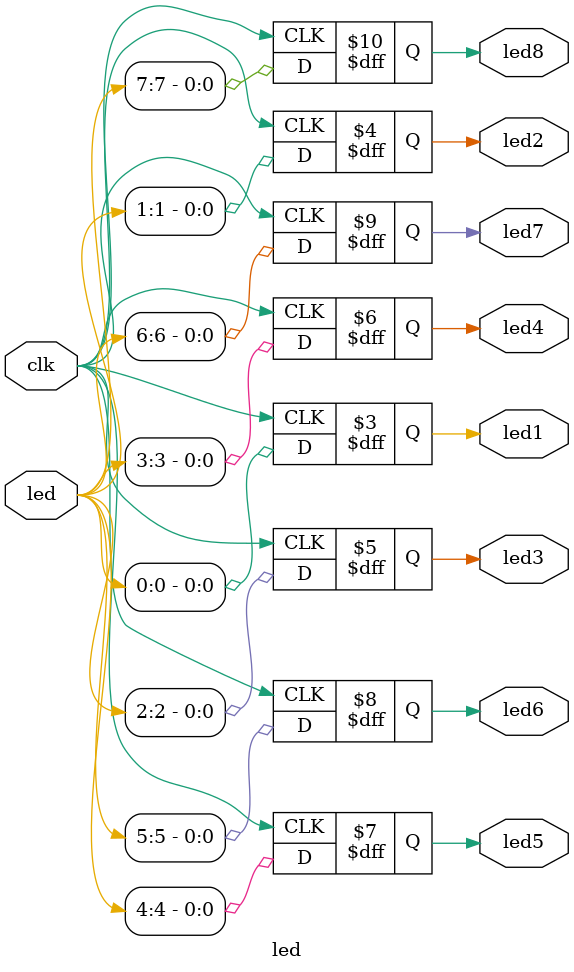
<source format=v>
module led (
    input clk,
    input [7:0] led,
    output reg led1, led2, led3, led4, led5, led6, led7, led8
);
initial begin
    led1 <= 0;
    led2 <= 0;
    led3 <= 0;
    led4 <= 0;
    led5 <= 0;
    led6 <= 0;
    led7 <= 0;
    led8 <= 0;
end
always @ (posedge clk) begin
    led1 <= led[0];
    led2 <= led[1];
    led3 <= led[2];
    led4 <= led[3];
    led5 <= led[4];
    led6 <= led[5];
    led7 <= led[6];
    led8 <= led[7];
end
endmodule
</source>
